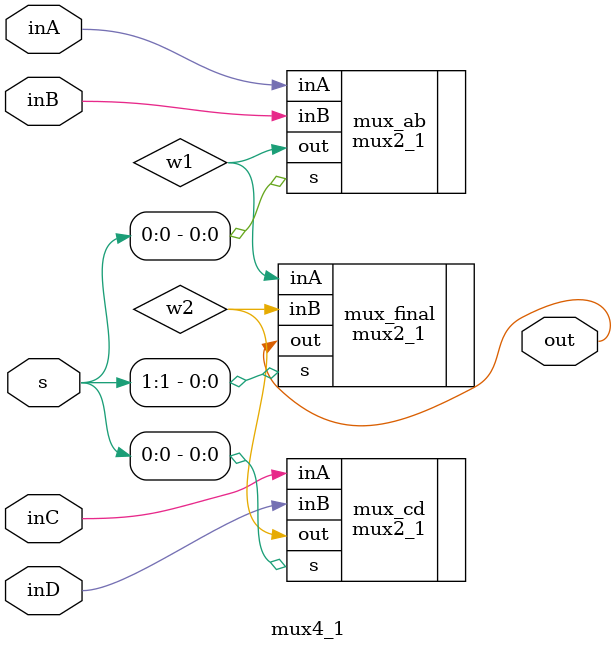
<source format=v>
/*
    CS/ECE 552 Spring '22
    Homework #1, Problem 1

    4-1 mux template
*/
module mux4_1(out, inA, inB, inC, inD, s);
    output       out;
    input        inA, inB, inC, inD;
    input [1:0]  s;
    wire         w1, w2;

    // YOUR CODE HERE
    mux2_1 mux_ab (.out(w1), .inA(inA), .inB(inB), .s(s[0]));
    mux2_1 mux_cd (.out(w2), .inA(inC), .inB(inD), .s(s[0]));
    mux2_1 mux_final (.out(out), .inA(w1), .inB(w2), .s(s[1]));

endmodule

</source>
